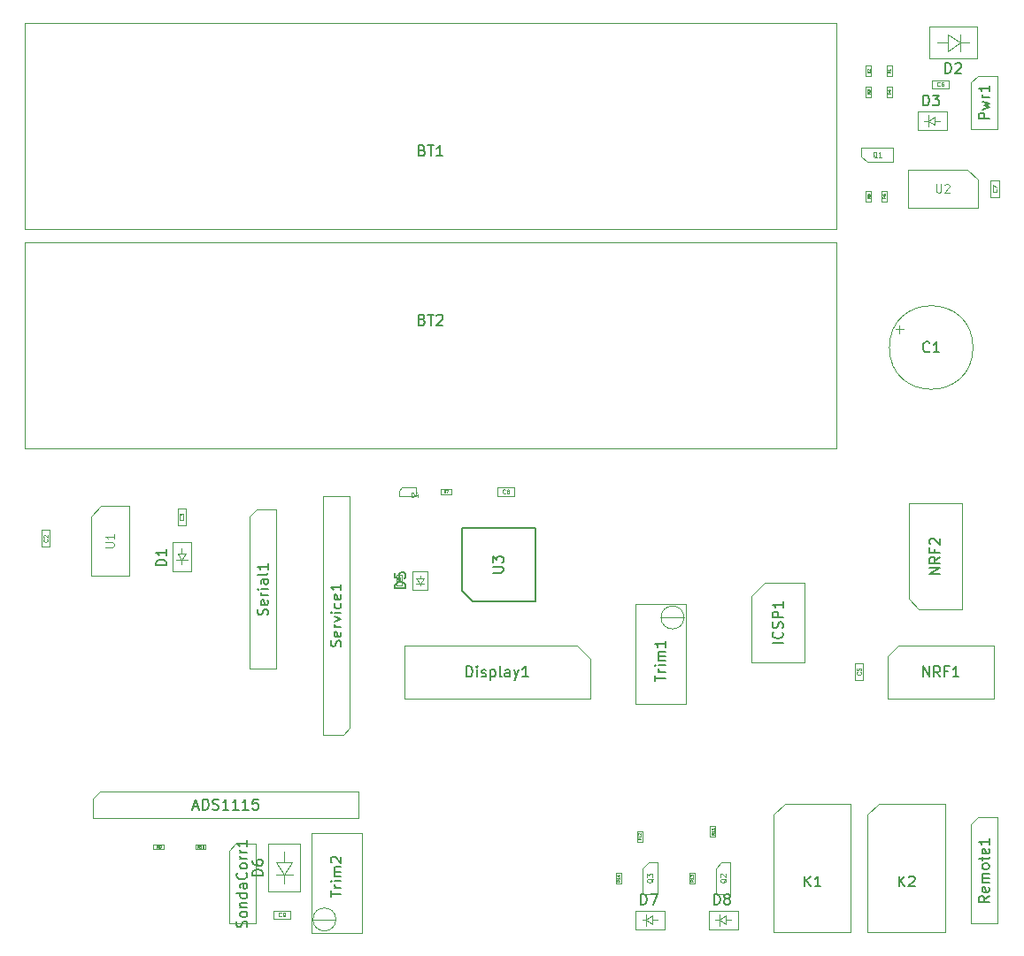
<source format=gbr>
G04 #@! TF.GenerationSoftware,KiCad,Pcbnew,5.1.5-1.fc30*
G04 #@! TF.CreationDate,2020-10-13T00:09:33+02:00*
G04 #@! TF.ProjectId,BeaconTemperature2,42656163-6f6e-4546-956d-706572617475,rev?*
G04 #@! TF.SameCoordinates,Original*
G04 #@! TF.FileFunction,Other,Fab,Top*
%FSLAX46Y46*%
G04 Gerber Fmt 4.6, Leading zero omitted, Abs format (unit mm)*
G04 Created by KiCad (PCBNEW 5.1.5-1.fc30) date 2020-10-13 00:09:33*
%MOMM*%
%LPD*%
G04 APERTURE LIST*
%ADD10C,0.100000*%
%ADD11C,0.120000*%
%ADD12C,0.150000*%
%ADD13C,0.060000*%
%ADD14C,0.040000*%
%ADD15C,0.075000*%
G04 APERTURE END LIST*
D10*
X53587500Y-108900000D02*
X51987500Y-108900000D01*
X53587500Y-108100000D02*
X53587500Y-108900000D01*
X51987500Y-108100000D02*
X53587500Y-108100000D01*
X51987500Y-108900000D02*
X51987500Y-108100000D01*
X60130000Y-99270000D02*
X34730000Y-99270000D01*
X60130000Y-96730000D02*
X60130000Y-99270000D01*
X35365000Y-96730000D02*
X60130000Y-96730000D01*
X34730000Y-97365000D02*
X35365000Y-96730000D01*
X34730000Y-99270000D02*
X34730000Y-97365000D01*
X68985000Y-68250000D02*
X67985000Y-68250000D01*
X68985000Y-67750000D02*
X68985000Y-68250000D01*
X67985000Y-67750000D02*
X68985000Y-67750000D01*
X67985000Y-68250000D02*
X67985000Y-67750000D01*
X65587500Y-68400000D02*
X65587500Y-67600000D01*
X63987500Y-68400000D02*
X65587500Y-68400000D01*
X63987500Y-67900000D02*
X63987500Y-68400000D01*
X64287500Y-67600000D02*
X63987500Y-67900000D01*
X65587500Y-67600000D02*
X64287500Y-67600000D01*
X91235000Y-80045000D02*
X89066000Y-80044000D01*
X91235000Y-80045000D02*
X89066000Y-80044000D01*
X86590000Y-78775000D02*
X86590000Y-88305000D01*
X91420000Y-78775000D02*
X86590000Y-78775000D01*
X91420000Y-88305000D02*
X91420000Y-78775000D01*
X86590000Y-88305000D02*
X91420000Y-88305000D01*
X91245000Y-80045000D02*
G75*
G03X91245000Y-80045000I-1095000J0D01*
G01*
X59270000Y-90635000D02*
X58635000Y-91270000D01*
X59270000Y-68410000D02*
X59270000Y-90635000D01*
X56730000Y-68410000D02*
X59270000Y-68410000D01*
X56730000Y-91270000D02*
X56730000Y-68410000D01*
X58635000Y-91270000D02*
X56730000Y-91270000D01*
X45500000Y-102250000D02*
X44500000Y-102250000D01*
X45500000Y-101750000D02*
X45500000Y-102250000D01*
X44500000Y-101750000D02*
X45500000Y-101750000D01*
X44500000Y-102250000D02*
X44500000Y-101750000D01*
X41500000Y-102250000D02*
X40500000Y-102250000D01*
X41500000Y-101750000D02*
X41500000Y-102250000D01*
X40500000Y-101750000D02*
X41500000Y-101750000D01*
X40500000Y-102250000D02*
X40500000Y-101750000D01*
X117810000Y-69110000D02*
X117810000Y-79270000D01*
X112730000Y-69110000D02*
X117810000Y-69110000D01*
X112730000Y-78270000D02*
X112730000Y-69110000D01*
X113730000Y-79270000D02*
X112730000Y-78270000D01*
X117810000Y-79270000D02*
X113730000Y-79270000D01*
X28200000Y-44150000D02*
X105800000Y-44150000D01*
X105800000Y-44150000D02*
X105800000Y-63850000D01*
X105800000Y-63850000D02*
X28200000Y-63850000D01*
X28200000Y-63850000D02*
X28200000Y-44150000D01*
X118730000Y-28825000D02*
X119365000Y-28190000D01*
X118730000Y-33270000D02*
X118730000Y-28825000D01*
X121270000Y-33270000D02*
X118730000Y-33270000D01*
X121270000Y-28190000D02*
X121270000Y-33270000D01*
X119365000Y-28190000D02*
X121270000Y-28190000D01*
X111873241Y-52052500D02*
X111873241Y-52852500D01*
X111473241Y-52452500D02*
X112273241Y-52452500D01*
X118900000Y-54200000D02*
G75*
G03X118900000Y-54200000I-4000000J0D01*
G01*
X119350000Y-40850000D02*
X112650000Y-40850000D01*
X112650000Y-37150000D02*
X112650000Y-40850000D01*
X119350000Y-38150000D02*
X119350000Y-40850000D01*
X118350000Y-37150000D02*
X112650000Y-37150000D01*
X118350000Y-37150000D02*
X119350000Y-38150000D01*
D11*
X109900000Y-97900000D02*
X116200000Y-97900000D01*
X116200000Y-97900000D02*
X116200000Y-110200000D01*
X116200000Y-110200000D02*
X108800000Y-110200000D01*
X108800000Y-110200000D02*
X108800000Y-98900000D01*
X108800000Y-98900000D02*
X109900000Y-97900000D01*
X100900000Y-97900000D02*
X107200000Y-97900000D01*
X107200000Y-97900000D02*
X107200000Y-110200000D01*
X107200000Y-110200000D02*
X99800000Y-110200000D01*
X99800000Y-110200000D02*
X99800000Y-98900000D01*
X99800000Y-98900000D02*
X100900000Y-97900000D01*
D10*
X118730000Y-99825000D02*
X119365000Y-99190000D01*
X118730000Y-109350000D02*
X118730000Y-99825000D01*
X121270000Y-109350000D02*
X118730000Y-109350000D01*
X121270000Y-99190000D02*
X121270000Y-109350000D01*
X119365000Y-99190000D02*
X121270000Y-99190000D01*
X84750000Y-105500000D02*
X84750000Y-104500000D01*
X85250000Y-105500000D02*
X84750000Y-105500000D01*
X85250000Y-104500000D02*
X85250000Y-105500000D01*
X84750000Y-104500000D02*
X85250000Y-104500000D01*
X91750000Y-105500000D02*
X91750000Y-104500000D01*
X92250000Y-105500000D02*
X91750000Y-105500000D01*
X92250000Y-104500000D02*
X92250000Y-105500000D01*
X91750000Y-104500000D02*
X92250000Y-104500000D01*
X86750000Y-101500000D02*
X86750000Y-100500000D01*
X87250000Y-101500000D02*
X86750000Y-101500000D01*
X87250000Y-100500000D02*
X87250000Y-101500000D01*
X86750000Y-100500000D02*
X87250000Y-100500000D01*
X93750000Y-101015000D02*
X93750000Y-100015000D01*
X94250000Y-101015000D02*
X93750000Y-101015000D01*
X94250000Y-100015000D02*
X94250000Y-101015000D01*
X93750000Y-100015000D02*
X94250000Y-100015000D01*
X87300000Y-106520000D02*
X88700000Y-106520000D01*
X88700000Y-103480000D02*
X88700000Y-106520000D01*
X87300000Y-104050000D02*
X87850000Y-103480000D01*
X87850000Y-103480000D02*
X88700000Y-103480000D01*
X87300000Y-104050000D02*
X87300000Y-106500000D01*
X94300000Y-106520000D02*
X95700000Y-106520000D01*
X95700000Y-103480000D02*
X95700000Y-106520000D01*
X94300000Y-104050000D02*
X94850000Y-103480000D01*
X94850000Y-103480000D02*
X95700000Y-103480000D01*
X94300000Y-104050000D02*
X94300000Y-106500000D01*
X93600000Y-108100000D02*
X96400000Y-108100000D01*
X96400000Y-108100000D02*
X96400000Y-109900000D01*
X96400000Y-109900000D02*
X93600000Y-109900000D01*
X93600000Y-109900000D02*
X93600000Y-108100000D01*
X94250000Y-109000000D02*
X94650000Y-109000000D01*
X94650000Y-109000000D02*
X94650000Y-108450000D01*
X94650000Y-109000000D02*
X94650000Y-109550000D01*
X94650000Y-109000000D02*
X95250000Y-108600000D01*
X95250000Y-108600000D02*
X95250000Y-109400000D01*
X95250000Y-109400000D02*
X94650000Y-109000000D01*
X95250000Y-109000000D02*
X95750000Y-109000000D01*
X86600000Y-108100000D02*
X89400000Y-108100000D01*
X89400000Y-108100000D02*
X89400000Y-109900000D01*
X89400000Y-109900000D02*
X86600000Y-109900000D01*
X86600000Y-109900000D02*
X86600000Y-108100000D01*
X87250000Y-109000000D02*
X87650000Y-109000000D01*
X87650000Y-109000000D02*
X87650000Y-108450000D01*
X87650000Y-109000000D02*
X87650000Y-109550000D01*
X87650000Y-109000000D02*
X88250000Y-108600000D01*
X88250000Y-108600000D02*
X88250000Y-109400000D01*
X88250000Y-109400000D02*
X87650000Y-109000000D01*
X88250000Y-109000000D02*
X88750000Y-109000000D01*
X55765000Y-108955000D02*
X57934000Y-108956000D01*
X55765000Y-108955000D02*
X57934000Y-108956000D01*
X60410000Y-110225000D02*
X60410000Y-100695000D01*
X55580000Y-110225000D02*
X60410000Y-110225000D01*
X55580000Y-100695000D02*
X55580000Y-110225000D01*
X60410000Y-100695000D02*
X55580000Y-100695000D01*
X57945000Y-108955000D02*
G75*
G03X57945000Y-108955000I-1095000J0D01*
G01*
X47730000Y-102365000D02*
X48365000Y-101730000D01*
X47730000Y-109350000D02*
X47730000Y-102365000D01*
X50270000Y-109350000D02*
X47730000Y-109350000D01*
X50270000Y-101730000D02*
X50270000Y-109350000D01*
X48365000Y-101730000D02*
X50270000Y-101730000D01*
X49730000Y-70365000D02*
X50365000Y-69730000D01*
X49730000Y-84970000D02*
X49730000Y-70365000D01*
X52270000Y-84970000D02*
X49730000Y-84970000D01*
X52270000Y-69730000D02*
X52270000Y-84970000D01*
X50365000Y-69730000D02*
X52270000Y-69730000D01*
X53001020Y-104649440D02*
X52200920Y-103498820D01*
X53001020Y-104649440D02*
X53750320Y-103498820D01*
X53750320Y-103498820D02*
X52200920Y-103498820D01*
X52200920Y-104649440D02*
X53801120Y-104649440D01*
X53001020Y-103498820D02*
X53001020Y-102500600D01*
X53001020Y-104649440D02*
X53001020Y-105551140D01*
X51500000Y-101700000D02*
X51500000Y-106300000D01*
X51500000Y-101700000D02*
X54500000Y-101700000D01*
X54500000Y-106300000D02*
X51500000Y-106300000D01*
X54500000Y-101700000D02*
X54500000Y-106300000D01*
X81000000Y-82730000D02*
X82270000Y-84000000D01*
X64490000Y-82730000D02*
X81000000Y-82730000D01*
X64490000Y-87810000D02*
X64490000Y-82730000D01*
X82270000Y-87810000D02*
X64490000Y-87810000D01*
X82270000Y-84000000D02*
X82270000Y-87810000D01*
X120890000Y-87810000D02*
X110730000Y-87810000D01*
X120890000Y-82730000D02*
X120890000Y-87810000D01*
X111730000Y-82730000D02*
X120890000Y-82730000D01*
X110730000Y-83730000D02*
X111730000Y-82730000D01*
X110730000Y-87810000D02*
X110730000Y-83730000D01*
X120600000Y-39800000D02*
X120600000Y-38200000D01*
X121400000Y-39800000D02*
X120600000Y-39800000D01*
X121400000Y-38200000D02*
X121400000Y-39800000D01*
X120600000Y-38200000D02*
X121400000Y-38200000D01*
X43600000Y-69612500D02*
X43600000Y-71212500D01*
X42800000Y-69612500D02*
X43600000Y-69612500D01*
X42800000Y-71212500D02*
X42800000Y-69612500D01*
X43600000Y-71212500D02*
X42800000Y-71212500D01*
X63750000Y-76985000D02*
X63750000Y-75985000D01*
X64250000Y-76985000D02*
X63750000Y-76985000D01*
X64250000Y-75985000D02*
X64250000Y-76985000D01*
X63750000Y-75985000D02*
X64250000Y-75985000D01*
X110150000Y-40200000D02*
X110150000Y-39200000D01*
X110650000Y-40200000D02*
X110150000Y-40200000D01*
X110650000Y-39200000D02*
X110650000Y-40200000D01*
X110150000Y-39200000D02*
X110650000Y-39200000D01*
X108650000Y-40200000D02*
X108650000Y-39200000D01*
X109150000Y-40200000D02*
X108650000Y-40200000D01*
X109150000Y-39200000D02*
X109150000Y-40200000D01*
X108650000Y-39200000D02*
X109150000Y-39200000D01*
X110650000Y-30215000D02*
X110650000Y-29215000D01*
X111150000Y-30215000D02*
X110650000Y-30215000D01*
X111150000Y-29215000D02*
X111150000Y-30215000D01*
X110650000Y-29215000D02*
X111150000Y-29215000D01*
X108650000Y-30215000D02*
X108650000Y-29215000D01*
X109150000Y-30215000D02*
X108650000Y-30215000D01*
X109150000Y-29215000D02*
X109150000Y-30215000D01*
X108650000Y-29215000D02*
X109150000Y-29215000D01*
X108650000Y-28215000D02*
X108650000Y-27215000D01*
X109150000Y-28215000D02*
X108650000Y-28215000D01*
X109150000Y-27215000D02*
X109150000Y-28215000D01*
X108650000Y-27215000D02*
X109150000Y-27215000D01*
X110650000Y-28215000D02*
X110650000Y-27215000D01*
X111150000Y-28215000D02*
X110650000Y-28215000D01*
X111150000Y-27215000D02*
X111150000Y-28215000D01*
X110650000Y-27215000D02*
X111150000Y-27215000D01*
X111270000Y-36450000D02*
X111270000Y-35050000D01*
X108230000Y-35050000D02*
X111270000Y-35050000D01*
X108800000Y-36450000D02*
X108230000Y-35900000D01*
X108230000Y-35900000D02*
X108230000Y-35050000D01*
X108800000Y-36450000D02*
X111250000Y-36450000D01*
X113600000Y-31600000D02*
X116400000Y-31600000D01*
X116400000Y-31600000D02*
X116400000Y-33400000D01*
X116400000Y-33400000D02*
X113600000Y-33400000D01*
X113600000Y-33400000D02*
X113600000Y-31600000D01*
X114250000Y-32500000D02*
X114650000Y-32500000D01*
X114650000Y-32500000D02*
X114650000Y-31950000D01*
X114650000Y-32500000D02*
X114650000Y-33050000D01*
X114650000Y-32500000D02*
X115250000Y-32100000D01*
X115250000Y-32100000D02*
X115250000Y-32900000D01*
X115250000Y-32900000D02*
X114650000Y-32500000D01*
X115250000Y-32500000D02*
X115750000Y-32500000D01*
X117649440Y-24998980D02*
X116498820Y-25799080D01*
X117649440Y-24998980D02*
X116498820Y-24249680D01*
X116498820Y-24249680D02*
X116498820Y-25799080D01*
X117649440Y-25799080D02*
X117649440Y-24198880D01*
X116498820Y-24998980D02*
X115500600Y-24998980D01*
X117649440Y-24998980D02*
X118551140Y-24998980D01*
X114700000Y-26500000D02*
X119300000Y-26500000D01*
X114700000Y-26500000D02*
X114700000Y-23500000D01*
X119300000Y-23500000D02*
X119300000Y-26500000D01*
X114700000Y-23500000D02*
X119300000Y-23500000D01*
X42300000Y-75600000D02*
X42300000Y-72800000D01*
X42300000Y-72800000D02*
X44100000Y-72800000D01*
X44100000Y-72800000D02*
X44100000Y-75600000D01*
X44100000Y-75600000D02*
X42300000Y-75600000D01*
X43200000Y-74950000D02*
X43200000Y-74550000D01*
X43200000Y-74550000D02*
X42650000Y-74550000D01*
X43200000Y-74550000D02*
X43750000Y-74550000D01*
X43200000Y-74550000D02*
X42800000Y-73950000D01*
X42800000Y-73950000D02*
X43600000Y-73950000D01*
X43600000Y-73950000D02*
X43200000Y-74550000D01*
X43200000Y-73950000D02*
X43200000Y-73450000D01*
X116587500Y-29400000D02*
X114987500Y-29400000D01*
X116587500Y-28600000D02*
X116587500Y-29400000D01*
X114987500Y-28600000D02*
X116587500Y-28600000D01*
X114987500Y-29400000D02*
X114987500Y-28600000D01*
X97730000Y-78000000D02*
X99000000Y-76730000D01*
X97730000Y-84350000D02*
X97730000Y-78000000D01*
X102810000Y-84350000D02*
X97730000Y-84350000D01*
X102810000Y-76730000D02*
X102810000Y-84350000D01*
X99000000Y-76730000D02*
X102810000Y-76730000D01*
D12*
X71000000Y-78500000D02*
X70000000Y-77500000D01*
X77000000Y-78500000D02*
X71000000Y-78500000D01*
X77000000Y-71500000D02*
X77000000Y-78500000D01*
X70000000Y-71500000D02*
X77000000Y-71500000D01*
X70000000Y-77500000D02*
X70000000Y-71500000D01*
D10*
X38200000Y-69350000D02*
X38200000Y-76050000D01*
X34500000Y-76050000D02*
X38200000Y-76050000D01*
X35500000Y-69350000D02*
X38200000Y-69350000D01*
X34500000Y-70350000D02*
X34500000Y-76050000D01*
X34500000Y-70350000D02*
X35500000Y-69350000D01*
X65300000Y-77400000D02*
X65300000Y-75600000D01*
X65300000Y-75600000D02*
X66700000Y-75600000D01*
X66700000Y-75600000D02*
X66700000Y-77400000D01*
X66700000Y-77400000D02*
X65300000Y-77400000D01*
X65650000Y-76800000D02*
X66350000Y-76800000D01*
X66000000Y-76800000D02*
X66000000Y-77000000D01*
X66000000Y-76800000D02*
X65650000Y-76300000D01*
X65650000Y-76300000D02*
X66350000Y-76300000D01*
X66350000Y-76300000D02*
X66000000Y-76800000D01*
X66000000Y-76300000D02*
X66000000Y-76050000D01*
X73412500Y-67600000D02*
X75012500Y-67600000D01*
X73412500Y-68400000D02*
X73412500Y-67600000D01*
X75012500Y-68400000D02*
X73412500Y-68400000D01*
X75012500Y-67600000D02*
X75012500Y-68400000D01*
X107600000Y-86012500D02*
X107600000Y-84412500D01*
X108400000Y-86012500D02*
X107600000Y-86012500D01*
X108400000Y-84412500D02*
X108400000Y-86012500D01*
X107600000Y-84412500D02*
X108400000Y-84412500D01*
X30600000Y-71687500D02*
X30600000Y-73287500D01*
X29800000Y-71687500D02*
X30600000Y-71687500D01*
X29800000Y-73287500D02*
X29800000Y-71687500D01*
X30600000Y-73287500D02*
X29800000Y-73287500D01*
X105800000Y-42850000D02*
X28200000Y-42850000D01*
X28200000Y-42850000D02*
X28200000Y-23150000D01*
X28200000Y-23150000D02*
X105800000Y-23150000D01*
X105800000Y-23150000D02*
X105800000Y-42850000D01*
D13*
X52720833Y-108642857D02*
X52701785Y-108661904D01*
X52644642Y-108680952D01*
X52606547Y-108680952D01*
X52549404Y-108661904D01*
X52511309Y-108623809D01*
X52492261Y-108585714D01*
X52473214Y-108509523D01*
X52473214Y-108452380D01*
X52492261Y-108376190D01*
X52511309Y-108338095D01*
X52549404Y-108300000D01*
X52606547Y-108280952D01*
X52644642Y-108280952D01*
X52701785Y-108300000D01*
X52720833Y-108319047D01*
X52911309Y-108680952D02*
X52987500Y-108680952D01*
X53025595Y-108661904D01*
X53044642Y-108642857D01*
X53082738Y-108585714D01*
X53101785Y-108509523D01*
X53101785Y-108357142D01*
X53082738Y-108319047D01*
X53063690Y-108300000D01*
X53025595Y-108280952D01*
X52949404Y-108280952D01*
X52911309Y-108300000D01*
X52892261Y-108319047D01*
X52873214Y-108357142D01*
X52873214Y-108452380D01*
X52892261Y-108490476D01*
X52911309Y-108509523D01*
X52949404Y-108528571D01*
X53025595Y-108528571D01*
X53063690Y-108509523D01*
X53082738Y-108490476D01*
X53101785Y-108452380D01*
D12*
X44310952Y-98166666D02*
X44787142Y-98166666D01*
X44215714Y-98452380D02*
X44549047Y-97452380D01*
X44882380Y-98452380D01*
X45215714Y-98452380D02*
X45215714Y-97452380D01*
X45453809Y-97452380D01*
X45596666Y-97500000D01*
X45691904Y-97595238D01*
X45739523Y-97690476D01*
X45787142Y-97880952D01*
X45787142Y-98023809D01*
X45739523Y-98214285D01*
X45691904Y-98309523D01*
X45596666Y-98404761D01*
X45453809Y-98452380D01*
X45215714Y-98452380D01*
X46168095Y-98404761D02*
X46310952Y-98452380D01*
X46549047Y-98452380D01*
X46644285Y-98404761D01*
X46691904Y-98357142D01*
X46739523Y-98261904D01*
X46739523Y-98166666D01*
X46691904Y-98071428D01*
X46644285Y-98023809D01*
X46549047Y-97976190D01*
X46358571Y-97928571D01*
X46263333Y-97880952D01*
X46215714Y-97833333D01*
X46168095Y-97738095D01*
X46168095Y-97642857D01*
X46215714Y-97547619D01*
X46263333Y-97500000D01*
X46358571Y-97452380D01*
X46596666Y-97452380D01*
X46739523Y-97500000D01*
X47691904Y-98452380D02*
X47120476Y-98452380D01*
X47406190Y-98452380D02*
X47406190Y-97452380D01*
X47310952Y-97595238D01*
X47215714Y-97690476D01*
X47120476Y-97738095D01*
X48644285Y-98452380D02*
X48072857Y-98452380D01*
X48358571Y-98452380D02*
X48358571Y-97452380D01*
X48263333Y-97595238D01*
X48168095Y-97690476D01*
X48072857Y-97738095D01*
X49596666Y-98452380D02*
X49025238Y-98452380D01*
X49310952Y-98452380D02*
X49310952Y-97452380D01*
X49215714Y-97595238D01*
X49120476Y-97690476D01*
X49025238Y-97738095D01*
X50501428Y-97452380D02*
X50025238Y-97452380D01*
X49977619Y-97928571D01*
X50025238Y-97880952D01*
X50120476Y-97833333D01*
X50358571Y-97833333D01*
X50453809Y-97880952D01*
X50501428Y-97928571D01*
X50549047Y-98023809D01*
X50549047Y-98261904D01*
X50501428Y-98357142D01*
X50453809Y-98404761D01*
X50358571Y-98452380D01*
X50120476Y-98452380D01*
X50025238Y-98404761D01*
X49977619Y-98357142D01*
D14*
X68443333Y-68113095D02*
X68360000Y-67994047D01*
X68300476Y-68113095D02*
X68300476Y-67863095D01*
X68395714Y-67863095D01*
X68419523Y-67875000D01*
X68431428Y-67886904D01*
X68443333Y-67910714D01*
X68443333Y-67946428D01*
X68431428Y-67970238D01*
X68419523Y-67982142D01*
X68395714Y-67994047D01*
X68300476Y-67994047D01*
X68526666Y-67863095D02*
X68693333Y-67863095D01*
X68586190Y-68113095D01*
D13*
X65182261Y-68510952D02*
X65182261Y-68110952D01*
X65277500Y-68110952D01*
X65334642Y-68130000D01*
X65372738Y-68168095D01*
X65391785Y-68206190D01*
X65410833Y-68282380D01*
X65410833Y-68339523D01*
X65391785Y-68415714D01*
X65372738Y-68453809D01*
X65334642Y-68491904D01*
X65277500Y-68510952D01*
X65182261Y-68510952D01*
X65753690Y-68244285D02*
X65753690Y-68510952D01*
X65658452Y-68091904D02*
X65563214Y-68377619D01*
X65810833Y-68377619D01*
D12*
X88457380Y-86151190D02*
X88457380Y-85579761D01*
X89457380Y-85865476D02*
X88457380Y-85865476D01*
X89457380Y-85246428D02*
X88790714Y-85246428D01*
X88981190Y-85246428D02*
X88885952Y-85198809D01*
X88838333Y-85151190D01*
X88790714Y-85055952D01*
X88790714Y-84960714D01*
X89457380Y-84627380D02*
X88790714Y-84627380D01*
X88457380Y-84627380D02*
X88505000Y-84675000D01*
X88552619Y-84627380D01*
X88505000Y-84579761D01*
X88457380Y-84627380D01*
X88552619Y-84627380D01*
X89457380Y-84151190D02*
X88790714Y-84151190D01*
X88885952Y-84151190D02*
X88838333Y-84103571D01*
X88790714Y-84008333D01*
X88790714Y-83865476D01*
X88838333Y-83770238D01*
X88933571Y-83722619D01*
X89457380Y-83722619D01*
X88933571Y-83722619D02*
X88838333Y-83675000D01*
X88790714Y-83579761D01*
X88790714Y-83436904D01*
X88838333Y-83341666D01*
X88933571Y-83294047D01*
X89457380Y-83294047D01*
X89457380Y-82294047D02*
X89457380Y-82865476D01*
X89457380Y-82579761D02*
X88457380Y-82579761D01*
X88600238Y-82675000D01*
X88695476Y-82770238D01*
X88743095Y-82865476D01*
X58404761Y-82816190D02*
X58452380Y-82673333D01*
X58452380Y-82435238D01*
X58404761Y-82340000D01*
X58357142Y-82292380D01*
X58261904Y-82244761D01*
X58166666Y-82244761D01*
X58071428Y-82292380D01*
X58023809Y-82340000D01*
X57976190Y-82435238D01*
X57928571Y-82625714D01*
X57880952Y-82720952D01*
X57833333Y-82768571D01*
X57738095Y-82816190D01*
X57642857Y-82816190D01*
X57547619Y-82768571D01*
X57500000Y-82720952D01*
X57452380Y-82625714D01*
X57452380Y-82387619D01*
X57500000Y-82244761D01*
X58404761Y-81435238D02*
X58452380Y-81530476D01*
X58452380Y-81720952D01*
X58404761Y-81816190D01*
X58309523Y-81863809D01*
X57928571Y-81863809D01*
X57833333Y-81816190D01*
X57785714Y-81720952D01*
X57785714Y-81530476D01*
X57833333Y-81435238D01*
X57928571Y-81387619D01*
X58023809Y-81387619D01*
X58119047Y-81863809D01*
X58452380Y-80959047D02*
X57785714Y-80959047D01*
X57976190Y-80959047D02*
X57880952Y-80911428D01*
X57833333Y-80863809D01*
X57785714Y-80768571D01*
X57785714Y-80673333D01*
X57785714Y-80435238D02*
X58452380Y-80197142D01*
X57785714Y-79959047D01*
X58452380Y-79578095D02*
X57785714Y-79578095D01*
X57452380Y-79578095D02*
X57500000Y-79625714D01*
X57547619Y-79578095D01*
X57500000Y-79530476D01*
X57452380Y-79578095D01*
X57547619Y-79578095D01*
X58404761Y-78673333D02*
X58452380Y-78768571D01*
X58452380Y-78959047D01*
X58404761Y-79054285D01*
X58357142Y-79101904D01*
X58261904Y-79149523D01*
X57976190Y-79149523D01*
X57880952Y-79101904D01*
X57833333Y-79054285D01*
X57785714Y-78959047D01*
X57785714Y-78768571D01*
X57833333Y-78673333D01*
X58404761Y-77863809D02*
X58452380Y-77959047D01*
X58452380Y-78149523D01*
X58404761Y-78244761D01*
X58309523Y-78292380D01*
X57928571Y-78292380D01*
X57833333Y-78244761D01*
X57785714Y-78149523D01*
X57785714Y-77959047D01*
X57833333Y-77863809D01*
X57928571Y-77816190D01*
X58023809Y-77816190D01*
X58119047Y-78292380D01*
X58452380Y-76863809D02*
X58452380Y-77435238D01*
X58452380Y-77149523D02*
X57452380Y-77149523D01*
X57595238Y-77244761D01*
X57690476Y-77340000D01*
X57738095Y-77435238D01*
D14*
X44839285Y-102113095D02*
X44755952Y-101994047D01*
X44696428Y-102113095D02*
X44696428Y-101863095D01*
X44791666Y-101863095D01*
X44815476Y-101875000D01*
X44827380Y-101886904D01*
X44839285Y-101910714D01*
X44839285Y-101946428D01*
X44827380Y-101970238D01*
X44815476Y-101982142D01*
X44791666Y-101994047D01*
X44696428Y-101994047D01*
X45077380Y-102113095D02*
X44934523Y-102113095D01*
X45005952Y-102113095D02*
X45005952Y-101863095D01*
X44982142Y-101898809D01*
X44958333Y-101922619D01*
X44934523Y-101934523D01*
X45232142Y-101863095D02*
X45255952Y-101863095D01*
X45279761Y-101875000D01*
X45291666Y-101886904D01*
X45303571Y-101910714D01*
X45315476Y-101958333D01*
X45315476Y-102017857D01*
X45303571Y-102065476D01*
X45291666Y-102089285D01*
X45279761Y-102101190D01*
X45255952Y-102113095D01*
X45232142Y-102113095D01*
X45208333Y-102101190D01*
X45196428Y-102089285D01*
X45184523Y-102065476D01*
X45172619Y-102017857D01*
X45172619Y-101958333D01*
X45184523Y-101910714D01*
X45196428Y-101886904D01*
X45208333Y-101875000D01*
X45232142Y-101863095D01*
X40958333Y-102113095D02*
X40875000Y-101994047D01*
X40815476Y-102113095D02*
X40815476Y-101863095D01*
X40910714Y-101863095D01*
X40934523Y-101875000D01*
X40946428Y-101886904D01*
X40958333Y-101910714D01*
X40958333Y-101946428D01*
X40946428Y-101970238D01*
X40934523Y-101982142D01*
X40910714Y-101994047D01*
X40815476Y-101994047D01*
X41077380Y-102113095D02*
X41125000Y-102113095D01*
X41148809Y-102101190D01*
X41160714Y-102089285D01*
X41184523Y-102053571D01*
X41196428Y-102005952D01*
X41196428Y-101910714D01*
X41184523Y-101886904D01*
X41172619Y-101875000D01*
X41148809Y-101863095D01*
X41101190Y-101863095D01*
X41077380Y-101875000D01*
X41065476Y-101886904D01*
X41053571Y-101910714D01*
X41053571Y-101970238D01*
X41065476Y-101994047D01*
X41077380Y-102005952D01*
X41101190Y-102017857D01*
X41148809Y-102017857D01*
X41172619Y-102005952D01*
X41184523Y-101994047D01*
X41196428Y-101970238D01*
D12*
X115722380Y-75880476D02*
X114722380Y-75880476D01*
X115722380Y-75309047D01*
X114722380Y-75309047D01*
X115722380Y-74261428D02*
X115246190Y-74594761D01*
X115722380Y-74832857D02*
X114722380Y-74832857D01*
X114722380Y-74451904D01*
X114770000Y-74356666D01*
X114817619Y-74309047D01*
X114912857Y-74261428D01*
X115055714Y-74261428D01*
X115150952Y-74309047D01*
X115198571Y-74356666D01*
X115246190Y-74451904D01*
X115246190Y-74832857D01*
X115198571Y-73499523D02*
X115198571Y-73832857D01*
X115722380Y-73832857D02*
X114722380Y-73832857D01*
X114722380Y-73356666D01*
X114817619Y-73023333D02*
X114770000Y-72975714D01*
X114722380Y-72880476D01*
X114722380Y-72642380D01*
X114770000Y-72547142D01*
X114817619Y-72499523D01*
X114912857Y-72451904D01*
X115008095Y-72451904D01*
X115150952Y-72499523D01*
X115722380Y-73070952D01*
X115722380Y-72451904D01*
X66214285Y-51528571D02*
X66357142Y-51576190D01*
X66404761Y-51623809D01*
X66452380Y-51719047D01*
X66452380Y-51861904D01*
X66404761Y-51957142D01*
X66357142Y-52004761D01*
X66261904Y-52052380D01*
X65880952Y-52052380D01*
X65880952Y-51052380D01*
X66214285Y-51052380D01*
X66309523Y-51100000D01*
X66357142Y-51147619D01*
X66404761Y-51242857D01*
X66404761Y-51338095D01*
X66357142Y-51433333D01*
X66309523Y-51480952D01*
X66214285Y-51528571D01*
X65880952Y-51528571D01*
X66738095Y-51052380D02*
X67309523Y-51052380D01*
X67023809Y-52052380D02*
X67023809Y-51052380D01*
X67595238Y-51147619D02*
X67642857Y-51100000D01*
X67738095Y-51052380D01*
X67976190Y-51052380D01*
X68071428Y-51100000D01*
X68119047Y-51147619D01*
X68166666Y-51242857D01*
X68166666Y-51338095D01*
X68119047Y-51480952D01*
X67547619Y-52052380D01*
X68166666Y-52052380D01*
X120452380Y-32301428D02*
X119452380Y-32301428D01*
X119452380Y-31920476D01*
X119500000Y-31825238D01*
X119547619Y-31777619D01*
X119642857Y-31730000D01*
X119785714Y-31730000D01*
X119880952Y-31777619D01*
X119928571Y-31825238D01*
X119976190Y-31920476D01*
X119976190Y-32301428D01*
X119785714Y-31396666D02*
X120452380Y-31206190D01*
X119976190Y-31015714D01*
X120452380Y-30825238D01*
X119785714Y-30634761D01*
X120452380Y-30253809D02*
X119785714Y-30253809D01*
X119976190Y-30253809D02*
X119880952Y-30206190D01*
X119833333Y-30158571D01*
X119785714Y-30063333D01*
X119785714Y-29968095D01*
X120452380Y-29110952D02*
X120452380Y-29682380D01*
X120452380Y-29396666D02*
X119452380Y-29396666D01*
X119595238Y-29491904D01*
X119690476Y-29587142D01*
X119738095Y-29682380D01*
X114733333Y-54557142D02*
X114685714Y-54604761D01*
X114542857Y-54652380D01*
X114447619Y-54652380D01*
X114304761Y-54604761D01*
X114209523Y-54509523D01*
X114161904Y-54414285D01*
X114114285Y-54223809D01*
X114114285Y-54080952D01*
X114161904Y-53890476D01*
X114209523Y-53795238D01*
X114304761Y-53700000D01*
X114447619Y-53652380D01*
X114542857Y-53652380D01*
X114685714Y-53700000D01*
X114733333Y-53747619D01*
X115685714Y-54652380D02*
X115114285Y-54652380D01*
X115400000Y-54652380D02*
X115400000Y-53652380D01*
X115304761Y-53795238D01*
X115209523Y-53890476D01*
X115114285Y-53938095D01*
D11*
X115390476Y-38561904D02*
X115390476Y-39209523D01*
X115428571Y-39285714D01*
X115466666Y-39323809D01*
X115542857Y-39361904D01*
X115695238Y-39361904D01*
X115771428Y-39323809D01*
X115809523Y-39285714D01*
X115847619Y-39209523D01*
X115847619Y-38561904D01*
X116190476Y-38638095D02*
X116228571Y-38600000D01*
X116304761Y-38561904D01*
X116495238Y-38561904D01*
X116571428Y-38600000D01*
X116609523Y-38638095D01*
X116647619Y-38714285D01*
X116647619Y-38790476D01*
X116609523Y-38904761D01*
X116152380Y-39361904D01*
X116647619Y-39361904D01*
D12*
X111801904Y-105802380D02*
X111801904Y-104802380D01*
X112373333Y-105802380D02*
X111944761Y-105230952D01*
X112373333Y-104802380D02*
X111801904Y-105373809D01*
X112754285Y-104897619D02*
X112801904Y-104850000D01*
X112897142Y-104802380D01*
X113135238Y-104802380D01*
X113230476Y-104850000D01*
X113278095Y-104897619D01*
X113325714Y-104992857D01*
X113325714Y-105088095D01*
X113278095Y-105230952D01*
X112706666Y-105802380D01*
X113325714Y-105802380D01*
X102801904Y-105802380D02*
X102801904Y-104802380D01*
X103373333Y-105802380D02*
X102944761Y-105230952D01*
X103373333Y-104802380D02*
X102801904Y-105373809D01*
X104325714Y-105802380D02*
X103754285Y-105802380D01*
X104040000Y-105802380D02*
X104040000Y-104802380D01*
X103944761Y-104945238D01*
X103849523Y-105040476D01*
X103754285Y-105088095D01*
X120452380Y-106698571D02*
X119976190Y-107031904D01*
X120452380Y-107270000D02*
X119452380Y-107270000D01*
X119452380Y-106889047D01*
X119500000Y-106793809D01*
X119547619Y-106746190D01*
X119642857Y-106698571D01*
X119785714Y-106698571D01*
X119880952Y-106746190D01*
X119928571Y-106793809D01*
X119976190Y-106889047D01*
X119976190Y-107270000D01*
X120404761Y-105889047D02*
X120452380Y-105984285D01*
X120452380Y-106174761D01*
X120404761Y-106270000D01*
X120309523Y-106317619D01*
X119928571Y-106317619D01*
X119833333Y-106270000D01*
X119785714Y-106174761D01*
X119785714Y-105984285D01*
X119833333Y-105889047D01*
X119928571Y-105841428D01*
X120023809Y-105841428D01*
X120119047Y-106317619D01*
X120452380Y-105412857D02*
X119785714Y-105412857D01*
X119880952Y-105412857D02*
X119833333Y-105365238D01*
X119785714Y-105270000D01*
X119785714Y-105127142D01*
X119833333Y-105031904D01*
X119928571Y-104984285D01*
X120452380Y-104984285D01*
X119928571Y-104984285D02*
X119833333Y-104936666D01*
X119785714Y-104841428D01*
X119785714Y-104698571D01*
X119833333Y-104603333D01*
X119928571Y-104555714D01*
X120452380Y-104555714D01*
X120452380Y-103936666D02*
X120404761Y-104031904D01*
X120357142Y-104079523D01*
X120261904Y-104127142D01*
X119976190Y-104127142D01*
X119880952Y-104079523D01*
X119833333Y-104031904D01*
X119785714Y-103936666D01*
X119785714Y-103793809D01*
X119833333Y-103698571D01*
X119880952Y-103650952D01*
X119976190Y-103603333D01*
X120261904Y-103603333D01*
X120357142Y-103650952D01*
X120404761Y-103698571D01*
X120452380Y-103793809D01*
X120452380Y-103936666D01*
X119785714Y-103317619D02*
X119785714Y-102936666D01*
X119452380Y-103174761D02*
X120309523Y-103174761D01*
X120404761Y-103127142D01*
X120452380Y-103031904D01*
X120452380Y-102936666D01*
X120404761Y-102222380D02*
X120452380Y-102317619D01*
X120452380Y-102508095D01*
X120404761Y-102603333D01*
X120309523Y-102650952D01*
X119928571Y-102650952D01*
X119833333Y-102603333D01*
X119785714Y-102508095D01*
X119785714Y-102317619D01*
X119833333Y-102222380D01*
X119928571Y-102174761D01*
X120023809Y-102174761D01*
X120119047Y-102650952D01*
X120452380Y-101222380D02*
X120452380Y-101793809D01*
X120452380Y-101508095D02*
X119452380Y-101508095D01*
X119595238Y-101603333D01*
X119690476Y-101698571D01*
X119738095Y-101793809D01*
D14*
X85113095Y-105160714D02*
X84994047Y-105244047D01*
X85113095Y-105303571D02*
X84863095Y-105303571D01*
X84863095Y-105208333D01*
X84875000Y-105184523D01*
X84886904Y-105172619D01*
X84910714Y-105160714D01*
X84946428Y-105160714D01*
X84970238Y-105172619D01*
X84982142Y-105184523D01*
X84994047Y-105208333D01*
X84994047Y-105303571D01*
X85113095Y-104922619D02*
X85113095Y-105065476D01*
X85113095Y-104994047D02*
X84863095Y-104994047D01*
X84898809Y-105017857D01*
X84922619Y-105041666D01*
X84934523Y-105065476D01*
X84946428Y-104708333D02*
X85113095Y-104708333D01*
X84851190Y-104767857D02*
X85029761Y-104827380D01*
X85029761Y-104672619D01*
X92113095Y-105160714D02*
X91994047Y-105244047D01*
X92113095Y-105303571D02*
X91863095Y-105303571D01*
X91863095Y-105208333D01*
X91875000Y-105184523D01*
X91886904Y-105172619D01*
X91910714Y-105160714D01*
X91946428Y-105160714D01*
X91970238Y-105172619D01*
X91982142Y-105184523D01*
X91994047Y-105208333D01*
X91994047Y-105303571D01*
X92113095Y-104922619D02*
X92113095Y-105065476D01*
X92113095Y-104994047D02*
X91863095Y-104994047D01*
X91898809Y-105017857D01*
X91922619Y-105041666D01*
X91934523Y-105065476D01*
X91863095Y-104839285D02*
X91863095Y-104684523D01*
X91958333Y-104767857D01*
X91958333Y-104732142D01*
X91970238Y-104708333D01*
X91982142Y-104696428D01*
X92005952Y-104684523D01*
X92065476Y-104684523D01*
X92089285Y-104696428D01*
X92101190Y-104708333D01*
X92113095Y-104732142D01*
X92113095Y-104803571D01*
X92101190Y-104827380D01*
X92089285Y-104839285D01*
X87113095Y-101160714D02*
X86994047Y-101244047D01*
X87113095Y-101303571D02*
X86863095Y-101303571D01*
X86863095Y-101208333D01*
X86875000Y-101184523D01*
X86886904Y-101172619D01*
X86910714Y-101160714D01*
X86946428Y-101160714D01*
X86970238Y-101172619D01*
X86982142Y-101184523D01*
X86994047Y-101208333D01*
X86994047Y-101303571D01*
X87113095Y-100922619D02*
X87113095Y-101065476D01*
X87113095Y-100994047D02*
X86863095Y-100994047D01*
X86898809Y-101017857D01*
X86922619Y-101041666D01*
X86934523Y-101065476D01*
X86886904Y-100827380D02*
X86875000Y-100815476D01*
X86863095Y-100791666D01*
X86863095Y-100732142D01*
X86875000Y-100708333D01*
X86886904Y-100696428D01*
X86910714Y-100684523D01*
X86934523Y-100684523D01*
X86970238Y-100696428D01*
X87113095Y-100839285D01*
X87113095Y-100684523D01*
X94113095Y-100675714D02*
X93994047Y-100759047D01*
X94113095Y-100818571D02*
X93863095Y-100818571D01*
X93863095Y-100723333D01*
X93875000Y-100699523D01*
X93886904Y-100687619D01*
X93910714Y-100675714D01*
X93946428Y-100675714D01*
X93970238Y-100687619D01*
X93982142Y-100699523D01*
X93994047Y-100723333D01*
X93994047Y-100818571D01*
X94113095Y-100437619D02*
X94113095Y-100580476D01*
X94113095Y-100509047D02*
X93863095Y-100509047D01*
X93898809Y-100532857D01*
X93922619Y-100556666D01*
X93934523Y-100580476D01*
X94113095Y-100199523D02*
X94113095Y-100342380D01*
X94113095Y-100270952D02*
X93863095Y-100270952D01*
X93898809Y-100294761D01*
X93922619Y-100318571D01*
X93934523Y-100342380D01*
D15*
X88273809Y-105047619D02*
X88250000Y-105095238D01*
X88202380Y-105142857D01*
X88130952Y-105214285D01*
X88107142Y-105261904D01*
X88107142Y-105309523D01*
X88226190Y-105285714D02*
X88202380Y-105333333D01*
X88154761Y-105380952D01*
X88059523Y-105404761D01*
X87892857Y-105404761D01*
X87797619Y-105380952D01*
X87750000Y-105333333D01*
X87726190Y-105285714D01*
X87726190Y-105190476D01*
X87750000Y-105142857D01*
X87797619Y-105095238D01*
X87892857Y-105071428D01*
X88059523Y-105071428D01*
X88154761Y-105095238D01*
X88202380Y-105142857D01*
X88226190Y-105190476D01*
X88226190Y-105285714D01*
X87726190Y-104904761D02*
X87726190Y-104595238D01*
X87916666Y-104761904D01*
X87916666Y-104690476D01*
X87940476Y-104642857D01*
X87964285Y-104619047D01*
X88011904Y-104595238D01*
X88130952Y-104595238D01*
X88178571Y-104619047D01*
X88202380Y-104642857D01*
X88226190Y-104690476D01*
X88226190Y-104833333D01*
X88202380Y-104880952D01*
X88178571Y-104904761D01*
X95273809Y-105047619D02*
X95250000Y-105095238D01*
X95202380Y-105142857D01*
X95130952Y-105214285D01*
X95107142Y-105261904D01*
X95107142Y-105309523D01*
X95226190Y-105285714D02*
X95202380Y-105333333D01*
X95154761Y-105380952D01*
X95059523Y-105404761D01*
X94892857Y-105404761D01*
X94797619Y-105380952D01*
X94750000Y-105333333D01*
X94726190Y-105285714D01*
X94726190Y-105190476D01*
X94750000Y-105142857D01*
X94797619Y-105095238D01*
X94892857Y-105071428D01*
X95059523Y-105071428D01*
X95154761Y-105095238D01*
X95202380Y-105142857D01*
X95226190Y-105190476D01*
X95226190Y-105285714D01*
X94773809Y-104880952D02*
X94750000Y-104857142D01*
X94726190Y-104809523D01*
X94726190Y-104690476D01*
X94750000Y-104642857D01*
X94773809Y-104619047D01*
X94821428Y-104595238D01*
X94869047Y-104595238D01*
X94940476Y-104619047D01*
X95226190Y-104904761D01*
X95226190Y-104595238D01*
D12*
X94134904Y-107547380D02*
X94134904Y-106547380D01*
X94373000Y-106547380D01*
X94515857Y-106595000D01*
X94611095Y-106690238D01*
X94658714Y-106785476D01*
X94706333Y-106975952D01*
X94706333Y-107118809D01*
X94658714Y-107309285D01*
X94611095Y-107404523D01*
X94515857Y-107499761D01*
X94373000Y-107547380D01*
X94134904Y-107547380D01*
X95277761Y-106975952D02*
X95182523Y-106928333D01*
X95134904Y-106880714D01*
X95087285Y-106785476D01*
X95087285Y-106737857D01*
X95134904Y-106642619D01*
X95182523Y-106595000D01*
X95277761Y-106547380D01*
X95468238Y-106547380D01*
X95563476Y-106595000D01*
X95611095Y-106642619D01*
X95658714Y-106737857D01*
X95658714Y-106785476D01*
X95611095Y-106880714D01*
X95563476Y-106928333D01*
X95468238Y-106975952D01*
X95277761Y-106975952D01*
X95182523Y-107023571D01*
X95134904Y-107071190D01*
X95087285Y-107166428D01*
X95087285Y-107356904D01*
X95134904Y-107452142D01*
X95182523Y-107499761D01*
X95277761Y-107547380D01*
X95468238Y-107547380D01*
X95563476Y-107499761D01*
X95611095Y-107452142D01*
X95658714Y-107356904D01*
X95658714Y-107166428D01*
X95611095Y-107071190D01*
X95563476Y-107023571D01*
X95468238Y-106975952D01*
X87134904Y-107547380D02*
X87134904Y-106547380D01*
X87373000Y-106547380D01*
X87515857Y-106595000D01*
X87611095Y-106690238D01*
X87658714Y-106785476D01*
X87706333Y-106975952D01*
X87706333Y-107118809D01*
X87658714Y-107309285D01*
X87611095Y-107404523D01*
X87515857Y-107499761D01*
X87373000Y-107547380D01*
X87134904Y-107547380D01*
X88039666Y-106547380D02*
X88706333Y-106547380D01*
X88277761Y-107547380D01*
X57447380Y-106801190D02*
X57447380Y-106229761D01*
X58447380Y-106515476D02*
X57447380Y-106515476D01*
X58447380Y-105896428D02*
X57780714Y-105896428D01*
X57971190Y-105896428D02*
X57875952Y-105848809D01*
X57828333Y-105801190D01*
X57780714Y-105705952D01*
X57780714Y-105610714D01*
X58447380Y-105277380D02*
X57780714Y-105277380D01*
X57447380Y-105277380D02*
X57495000Y-105325000D01*
X57542619Y-105277380D01*
X57495000Y-105229761D01*
X57447380Y-105277380D01*
X57542619Y-105277380D01*
X58447380Y-104801190D02*
X57780714Y-104801190D01*
X57875952Y-104801190D02*
X57828333Y-104753571D01*
X57780714Y-104658333D01*
X57780714Y-104515476D01*
X57828333Y-104420238D01*
X57923571Y-104372619D01*
X58447380Y-104372619D01*
X57923571Y-104372619D02*
X57828333Y-104325000D01*
X57780714Y-104229761D01*
X57780714Y-104086904D01*
X57828333Y-103991666D01*
X57923571Y-103944047D01*
X58447380Y-103944047D01*
X57542619Y-103515476D02*
X57495000Y-103467857D01*
X57447380Y-103372619D01*
X57447380Y-103134523D01*
X57495000Y-103039285D01*
X57542619Y-102991666D01*
X57637857Y-102944047D01*
X57733095Y-102944047D01*
X57875952Y-102991666D01*
X58447380Y-103563095D01*
X58447380Y-102944047D01*
X49404761Y-109682857D02*
X49452380Y-109540000D01*
X49452380Y-109301904D01*
X49404761Y-109206666D01*
X49357142Y-109159047D01*
X49261904Y-109111428D01*
X49166666Y-109111428D01*
X49071428Y-109159047D01*
X49023809Y-109206666D01*
X48976190Y-109301904D01*
X48928571Y-109492380D01*
X48880952Y-109587619D01*
X48833333Y-109635238D01*
X48738095Y-109682857D01*
X48642857Y-109682857D01*
X48547619Y-109635238D01*
X48500000Y-109587619D01*
X48452380Y-109492380D01*
X48452380Y-109254285D01*
X48500000Y-109111428D01*
X49452380Y-108540000D02*
X49404761Y-108635238D01*
X49357142Y-108682857D01*
X49261904Y-108730476D01*
X48976190Y-108730476D01*
X48880952Y-108682857D01*
X48833333Y-108635238D01*
X48785714Y-108540000D01*
X48785714Y-108397142D01*
X48833333Y-108301904D01*
X48880952Y-108254285D01*
X48976190Y-108206666D01*
X49261904Y-108206666D01*
X49357142Y-108254285D01*
X49404761Y-108301904D01*
X49452380Y-108397142D01*
X49452380Y-108540000D01*
X48785714Y-107778095D02*
X49452380Y-107778095D01*
X48880952Y-107778095D02*
X48833333Y-107730476D01*
X48785714Y-107635238D01*
X48785714Y-107492380D01*
X48833333Y-107397142D01*
X48928571Y-107349523D01*
X49452380Y-107349523D01*
X49452380Y-106444761D02*
X48452380Y-106444761D01*
X49404761Y-106444761D02*
X49452380Y-106540000D01*
X49452380Y-106730476D01*
X49404761Y-106825714D01*
X49357142Y-106873333D01*
X49261904Y-106920952D01*
X48976190Y-106920952D01*
X48880952Y-106873333D01*
X48833333Y-106825714D01*
X48785714Y-106730476D01*
X48785714Y-106540000D01*
X48833333Y-106444761D01*
X49452380Y-105540000D02*
X48928571Y-105540000D01*
X48833333Y-105587619D01*
X48785714Y-105682857D01*
X48785714Y-105873333D01*
X48833333Y-105968571D01*
X49404761Y-105540000D02*
X49452380Y-105635238D01*
X49452380Y-105873333D01*
X49404761Y-105968571D01*
X49309523Y-106016190D01*
X49214285Y-106016190D01*
X49119047Y-105968571D01*
X49071428Y-105873333D01*
X49071428Y-105635238D01*
X49023809Y-105540000D01*
X49357142Y-104492380D02*
X49404761Y-104540000D01*
X49452380Y-104682857D01*
X49452380Y-104778095D01*
X49404761Y-104920952D01*
X49309523Y-105016190D01*
X49214285Y-105063809D01*
X49023809Y-105111428D01*
X48880952Y-105111428D01*
X48690476Y-105063809D01*
X48595238Y-105016190D01*
X48500000Y-104920952D01*
X48452380Y-104778095D01*
X48452380Y-104682857D01*
X48500000Y-104540000D01*
X48547619Y-104492380D01*
X49452380Y-103920952D02*
X49404761Y-104016190D01*
X49357142Y-104063809D01*
X49261904Y-104111428D01*
X48976190Y-104111428D01*
X48880952Y-104063809D01*
X48833333Y-104016190D01*
X48785714Y-103920952D01*
X48785714Y-103778095D01*
X48833333Y-103682857D01*
X48880952Y-103635238D01*
X48976190Y-103587619D01*
X49261904Y-103587619D01*
X49357142Y-103635238D01*
X49404761Y-103682857D01*
X49452380Y-103778095D01*
X49452380Y-103920952D01*
X49452380Y-103159047D02*
X48785714Y-103159047D01*
X48976190Y-103159047D02*
X48880952Y-103111428D01*
X48833333Y-103063809D01*
X48785714Y-102968571D01*
X48785714Y-102873333D01*
X49452380Y-102540000D02*
X48785714Y-102540000D01*
X48976190Y-102540000D02*
X48880952Y-102492380D01*
X48833333Y-102444761D01*
X48785714Y-102349523D01*
X48785714Y-102254285D01*
X49452380Y-101397142D02*
X49452380Y-101968571D01*
X49452380Y-101682857D02*
X48452380Y-101682857D01*
X48595238Y-101778095D01*
X48690476Y-101873333D01*
X48738095Y-101968571D01*
X51404761Y-79802380D02*
X51452380Y-79659523D01*
X51452380Y-79421428D01*
X51404761Y-79326190D01*
X51357142Y-79278571D01*
X51261904Y-79230952D01*
X51166666Y-79230952D01*
X51071428Y-79278571D01*
X51023809Y-79326190D01*
X50976190Y-79421428D01*
X50928571Y-79611904D01*
X50880952Y-79707142D01*
X50833333Y-79754761D01*
X50738095Y-79802380D01*
X50642857Y-79802380D01*
X50547619Y-79754761D01*
X50500000Y-79707142D01*
X50452380Y-79611904D01*
X50452380Y-79373809D01*
X50500000Y-79230952D01*
X51404761Y-78421428D02*
X51452380Y-78516666D01*
X51452380Y-78707142D01*
X51404761Y-78802380D01*
X51309523Y-78850000D01*
X50928571Y-78850000D01*
X50833333Y-78802380D01*
X50785714Y-78707142D01*
X50785714Y-78516666D01*
X50833333Y-78421428D01*
X50928571Y-78373809D01*
X51023809Y-78373809D01*
X51119047Y-78850000D01*
X51452380Y-77945238D02*
X50785714Y-77945238D01*
X50976190Y-77945238D02*
X50880952Y-77897619D01*
X50833333Y-77850000D01*
X50785714Y-77754761D01*
X50785714Y-77659523D01*
X51452380Y-77326190D02*
X50785714Y-77326190D01*
X50452380Y-77326190D02*
X50500000Y-77373809D01*
X50547619Y-77326190D01*
X50500000Y-77278571D01*
X50452380Y-77326190D01*
X50547619Y-77326190D01*
X51452380Y-76421428D02*
X50928571Y-76421428D01*
X50833333Y-76469047D01*
X50785714Y-76564285D01*
X50785714Y-76754761D01*
X50833333Y-76850000D01*
X51404761Y-76421428D02*
X51452380Y-76516666D01*
X51452380Y-76754761D01*
X51404761Y-76850000D01*
X51309523Y-76897619D01*
X51214285Y-76897619D01*
X51119047Y-76850000D01*
X51071428Y-76754761D01*
X51071428Y-76516666D01*
X51023809Y-76421428D01*
X51452380Y-75802380D02*
X51404761Y-75897619D01*
X51309523Y-75945238D01*
X50452380Y-75945238D01*
X51452380Y-74897619D02*
X51452380Y-75469047D01*
X51452380Y-75183333D02*
X50452380Y-75183333D01*
X50595238Y-75278571D01*
X50690476Y-75373809D01*
X50738095Y-75469047D01*
X50952380Y-104738095D02*
X49952380Y-104738095D01*
X49952380Y-104500000D01*
X50000000Y-104357142D01*
X50095238Y-104261904D01*
X50190476Y-104214285D01*
X50380952Y-104166666D01*
X50523809Y-104166666D01*
X50714285Y-104214285D01*
X50809523Y-104261904D01*
X50904761Y-104357142D01*
X50952380Y-104500000D01*
X50952380Y-104738095D01*
X49952380Y-103309523D02*
X49952380Y-103500000D01*
X50000000Y-103595238D01*
X50047619Y-103642857D01*
X50190476Y-103738095D01*
X50380952Y-103785714D01*
X50761904Y-103785714D01*
X50857142Y-103738095D01*
X50904761Y-103690476D01*
X50952380Y-103595238D01*
X50952380Y-103404761D01*
X50904761Y-103309523D01*
X50857142Y-103261904D01*
X50761904Y-103214285D01*
X50523809Y-103214285D01*
X50428571Y-103261904D01*
X50380952Y-103309523D01*
X50333333Y-103404761D01*
X50333333Y-103595238D01*
X50380952Y-103690476D01*
X50428571Y-103738095D01*
X50523809Y-103785714D01*
X70451428Y-85722380D02*
X70451428Y-84722380D01*
X70689523Y-84722380D01*
X70832380Y-84770000D01*
X70927619Y-84865238D01*
X70975238Y-84960476D01*
X71022857Y-85150952D01*
X71022857Y-85293809D01*
X70975238Y-85484285D01*
X70927619Y-85579523D01*
X70832380Y-85674761D01*
X70689523Y-85722380D01*
X70451428Y-85722380D01*
X71451428Y-85722380D02*
X71451428Y-85055714D01*
X71451428Y-84722380D02*
X71403809Y-84770000D01*
X71451428Y-84817619D01*
X71499047Y-84770000D01*
X71451428Y-84722380D01*
X71451428Y-84817619D01*
X71880000Y-85674761D02*
X71975238Y-85722380D01*
X72165714Y-85722380D01*
X72260952Y-85674761D01*
X72308571Y-85579523D01*
X72308571Y-85531904D01*
X72260952Y-85436666D01*
X72165714Y-85389047D01*
X72022857Y-85389047D01*
X71927619Y-85341428D01*
X71880000Y-85246190D01*
X71880000Y-85198571D01*
X71927619Y-85103333D01*
X72022857Y-85055714D01*
X72165714Y-85055714D01*
X72260952Y-85103333D01*
X72737142Y-85055714D02*
X72737142Y-86055714D01*
X72737142Y-85103333D02*
X72832380Y-85055714D01*
X73022857Y-85055714D01*
X73118095Y-85103333D01*
X73165714Y-85150952D01*
X73213333Y-85246190D01*
X73213333Y-85531904D01*
X73165714Y-85627142D01*
X73118095Y-85674761D01*
X73022857Y-85722380D01*
X72832380Y-85722380D01*
X72737142Y-85674761D01*
X73784761Y-85722380D02*
X73689523Y-85674761D01*
X73641904Y-85579523D01*
X73641904Y-84722380D01*
X74594285Y-85722380D02*
X74594285Y-85198571D01*
X74546666Y-85103333D01*
X74451428Y-85055714D01*
X74260952Y-85055714D01*
X74165714Y-85103333D01*
X74594285Y-85674761D02*
X74499047Y-85722380D01*
X74260952Y-85722380D01*
X74165714Y-85674761D01*
X74118095Y-85579523D01*
X74118095Y-85484285D01*
X74165714Y-85389047D01*
X74260952Y-85341428D01*
X74499047Y-85341428D01*
X74594285Y-85293809D01*
X74975238Y-85055714D02*
X75213333Y-85722380D01*
X75451428Y-85055714D02*
X75213333Y-85722380D01*
X75118095Y-85960476D01*
X75070476Y-86008095D01*
X74975238Y-86055714D01*
X76356190Y-85722380D02*
X75784761Y-85722380D01*
X76070476Y-85722380D02*
X76070476Y-84722380D01*
X75975238Y-84865238D01*
X75880000Y-84960476D01*
X75784761Y-85008095D01*
X114119523Y-85722380D02*
X114119523Y-84722380D01*
X114690952Y-85722380D01*
X114690952Y-84722380D01*
X115738571Y-85722380D02*
X115405238Y-85246190D01*
X115167142Y-85722380D02*
X115167142Y-84722380D01*
X115548095Y-84722380D01*
X115643333Y-84770000D01*
X115690952Y-84817619D01*
X115738571Y-84912857D01*
X115738571Y-85055714D01*
X115690952Y-85150952D01*
X115643333Y-85198571D01*
X115548095Y-85246190D01*
X115167142Y-85246190D01*
X116500476Y-85198571D02*
X116167142Y-85198571D01*
X116167142Y-85722380D02*
X116167142Y-84722380D01*
X116643333Y-84722380D01*
X117548095Y-85722380D02*
X116976666Y-85722380D01*
X117262380Y-85722380D02*
X117262380Y-84722380D01*
X117167142Y-84865238D01*
X117071904Y-84960476D01*
X116976666Y-85008095D01*
D13*
X121142857Y-39066666D02*
X121161904Y-39085714D01*
X121180952Y-39142857D01*
X121180952Y-39180952D01*
X121161904Y-39238095D01*
X121123809Y-39276190D01*
X121085714Y-39295238D01*
X121009523Y-39314285D01*
X120952380Y-39314285D01*
X120876190Y-39295238D01*
X120838095Y-39276190D01*
X120800000Y-39238095D01*
X120780952Y-39180952D01*
X120780952Y-39142857D01*
X120800000Y-39085714D01*
X120819047Y-39066666D01*
X120780952Y-38933333D02*
X120780952Y-38666666D01*
X121180952Y-38838095D01*
X43342857Y-70479166D02*
X43361904Y-70498214D01*
X43380952Y-70555357D01*
X43380952Y-70593452D01*
X43361904Y-70650595D01*
X43323809Y-70688690D01*
X43285714Y-70707738D01*
X43209523Y-70726785D01*
X43152380Y-70726785D01*
X43076190Y-70707738D01*
X43038095Y-70688690D01*
X43000000Y-70650595D01*
X42980952Y-70593452D01*
X42980952Y-70555357D01*
X43000000Y-70498214D01*
X43019047Y-70479166D01*
X42980952Y-70345833D02*
X42980952Y-70098214D01*
X43133333Y-70231547D01*
X43133333Y-70174404D01*
X43152380Y-70136309D01*
X43171428Y-70117261D01*
X43209523Y-70098214D01*
X43304761Y-70098214D01*
X43342857Y-70117261D01*
X43361904Y-70136309D01*
X43380952Y-70174404D01*
X43380952Y-70288690D01*
X43361904Y-70326785D01*
X43342857Y-70345833D01*
D14*
X64113095Y-76526666D02*
X63994047Y-76610000D01*
X64113095Y-76669523D02*
X63863095Y-76669523D01*
X63863095Y-76574285D01*
X63875000Y-76550476D01*
X63886904Y-76538571D01*
X63910714Y-76526666D01*
X63946428Y-76526666D01*
X63970238Y-76538571D01*
X63982142Y-76550476D01*
X63994047Y-76574285D01*
X63994047Y-76669523D01*
X63970238Y-76383809D02*
X63958333Y-76407619D01*
X63946428Y-76419523D01*
X63922619Y-76431428D01*
X63910714Y-76431428D01*
X63886904Y-76419523D01*
X63875000Y-76407619D01*
X63863095Y-76383809D01*
X63863095Y-76336190D01*
X63875000Y-76312380D01*
X63886904Y-76300476D01*
X63910714Y-76288571D01*
X63922619Y-76288571D01*
X63946428Y-76300476D01*
X63958333Y-76312380D01*
X63970238Y-76336190D01*
X63970238Y-76383809D01*
X63982142Y-76407619D01*
X63994047Y-76419523D01*
X64017857Y-76431428D01*
X64065476Y-76431428D01*
X64089285Y-76419523D01*
X64101190Y-76407619D01*
X64113095Y-76383809D01*
X64113095Y-76336190D01*
X64101190Y-76312380D01*
X64089285Y-76300476D01*
X64065476Y-76288571D01*
X64017857Y-76288571D01*
X63994047Y-76300476D01*
X63982142Y-76312380D01*
X63970238Y-76336190D01*
X110513095Y-39741666D02*
X110394047Y-39825000D01*
X110513095Y-39884523D02*
X110263095Y-39884523D01*
X110263095Y-39789285D01*
X110275000Y-39765476D01*
X110286904Y-39753571D01*
X110310714Y-39741666D01*
X110346428Y-39741666D01*
X110370238Y-39753571D01*
X110382142Y-39765476D01*
X110394047Y-39789285D01*
X110394047Y-39884523D01*
X110263095Y-39527380D02*
X110263095Y-39575000D01*
X110275000Y-39598809D01*
X110286904Y-39610714D01*
X110322619Y-39634523D01*
X110370238Y-39646428D01*
X110465476Y-39646428D01*
X110489285Y-39634523D01*
X110501190Y-39622619D01*
X110513095Y-39598809D01*
X110513095Y-39551190D01*
X110501190Y-39527380D01*
X110489285Y-39515476D01*
X110465476Y-39503571D01*
X110405952Y-39503571D01*
X110382142Y-39515476D01*
X110370238Y-39527380D01*
X110358333Y-39551190D01*
X110358333Y-39598809D01*
X110370238Y-39622619D01*
X110382142Y-39634523D01*
X110405952Y-39646428D01*
X109013095Y-39741666D02*
X108894047Y-39825000D01*
X109013095Y-39884523D02*
X108763095Y-39884523D01*
X108763095Y-39789285D01*
X108775000Y-39765476D01*
X108786904Y-39753571D01*
X108810714Y-39741666D01*
X108846428Y-39741666D01*
X108870238Y-39753571D01*
X108882142Y-39765476D01*
X108894047Y-39789285D01*
X108894047Y-39884523D01*
X108763095Y-39515476D02*
X108763095Y-39634523D01*
X108882142Y-39646428D01*
X108870238Y-39634523D01*
X108858333Y-39610714D01*
X108858333Y-39551190D01*
X108870238Y-39527380D01*
X108882142Y-39515476D01*
X108905952Y-39503571D01*
X108965476Y-39503571D01*
X108989285Y-39515476D01*
X109001190Y-39527380D01*
X109013095Y-39551190D01*
X109013095Y-39610714D01*
X109001190Y-39634523D01*
X108989285Y-39646428D01*
X111013095Y-29756666D02*
X110894047Y-29840000D01*
X111013095Y-29899523D02*
X110763095Y-29899523D01*
X110763095Y-29804285D01*
X110775000Y-29780476D01*
X110786904Y-29768571D01*
X110810714Y-29756666D01*
X110846428Y-29756666D01*
X110870238Y-29768571D01*
X110882142Y-29780476D01*
X110894047Y-29804285D01*
X110894047Y-29899523D01*
X110846428Y-29542380D02*
X111013095Y-29542380D01*
X110751190Y-29601904D02*
X110929761Y-29661428D01*
X110929761Y-29506666D01*
X109013095Y-29756666D02*
X108894047Y-29840000D01*
X109013095Y-29899523D02*
X108763095Y-29899523D01*
X108763095Y-29804285D01*
X108775000Y-29780476D01*
X108786904Y-29768571D01*
X108810714Y-29756666D01*
X108846428Y-29756666D01*
X108870238Y-29768571D01*
X108882142Y-29780476D01*
X108894047Y-29804285D01*
X108894047Y-29899523D01*
X108763095Y-29673333D02*
X108763095Y-29518571D01*
X108858333Y-29601904D01*
X108858333Y-29566190D01*
X108870238Y-29542380D01*
X108882142Y-29530476D01*
X108905952Y-29518571D01*
X108965476Y-29518571D01*
X108989285Y-29530476D01*
X109001190Y-29542380D01*
X109013095Y-29566190D01*
X109013095Y-29637619D01*
X109001190Y-29661428D01*
X108989285Y-29673333D01*
X109013095Y-27756666D02*
X108894047Y-27840000D01*
X109013095Y-27899523D02*
X108763095Y-27899523D01*
X108763095Y-27804285D01*
X108775000Y-27780476D01*
X108786904Y-27768571D01*
X108810714Y-27756666D01*
X108846428Y-27756666D01*
X108870238Y-27768571D01*
X108882142Y-27780476D01*
X108894047Y-27804285D01*
X108894047Y-27899523D01*
X108786904Y-27661428D02*
X108775000Y-27649523D01*
X108763095Y-27625714D01*
X108763095Y-27566190D01*
X108775000Y-27542380D01*
X108786904Y-27530476D01*
X108810714Y-27518571D01*
X108834523Y-27518571D01*
X108870238Y-27530476D01*
X109013095Y-27673333D01*
X109013095Y-27518571D01*
X111013095Y-27756666D02*
X110894047Y-27840000D01*
X111013095Y-27899523D02*
X110763095Y-27899523D01*
X110763095Y-27804285D01*
X110775000Y-27780476D01*
X110786904Y-27768571D01*
X110810714Y-27756666D01*
X110846428Y-27756666D01*
X110870238Y-27768571D01*
X110882142Y-27780476D01*
X110894047Y-27804285D01*
X110894047Y-27899523D01*
X111013095Y-27518571D02*
X111013095Y-27661428D01*
X111013095Y-27590000D02*
X110763095Y-27590000D01*
X110798809Y-27613809D01*
X110822619Y-27637619D01*
X110834523Y-27661428D01*
D15*
X109702380Y-36023809D02*
X109654761Y-36000000D01*
X109607142Y-35952380D01*
X109535714Y-35880952D01*
X109488095Y-35857142D01*
X109440476Y-35857142D01*
X109464285Y-35976190D02*
X109416666Y-35952380D01*
X109369047Y-35904761D01*
X109345238Y-35809523D01*
X109345238Y-35642857D01*
X109369047Y-35547619D01*
X109416666Y-35500000D01*
X109464285Y-35476190D01*
X109559523Y-35476190D01*
X109607142Y-35500000D01*
X109654761Y-35547619D01*
X109678571Y-35642857D01*
X109678571Y-35809523D01*
X109654761Y-35904761D01*
X109607142Y-35952380D01*
X109559523Y-35976190D01*
X109464285Y-35976190D01*
X110154761Y-35976190D02*
X109869047Y-35976190D01*
X110011904Y-35976190D02*
X110011904Y-35476190D01*
X109964285Y-35547619D01*
X109916666Y-35595238D01*
X109869047Y-35619047D01*
D12*
X114134904Y-31047380D02*
X114134904Y-30047380D01*
X114373000Y-30047380D01*
X114515857Y-30095000D01*
X114611095Y-30190238D01*
X114658714Y-30285476D01*
X114706333Y-30475952D01*
X114706333Y-30618809D01*
X114658714Y-30809285D01*
X114611095Y-30904523D01*
X114515857Y-30999761D01*
X114373000Y-31047380D01*
X114134904Y-31047380D01*
X115039666Y-30047380D02*
X115658714Y-30047380D01*
X115325380Y-30428333D01*
X115468238Y-30428333D01*
X115563476Y-30475952D01*
X115611095Y-30523571D01*
X115658714Y-30618809D01*
X115658714Y-30856904D01*
X115611095Y-30952142D01*
X115563476Y-30999761D01*
X115468238Y-31047380D01*
X115182523Y-31047380D01*
X115087285Y-30999761D01*
X115039666Y-30952142D01*
X116261904Y-27952380D02*
X116261904Y-26952380D01*
X116500000Y-26952380D01*
X116642857Y-27000000D01*
X116738095Y-27095238D01*
X116785714Y-27190476D01*
X116833333Y-27380952D01*
X116833333Y-27523809D01*
X116785714Y-27714285D01*
X116738095Y-27809523D01*
X116642857Y-27904761D01*
X116500000Y-27952380D01*
X116261904Y-27952380D01*
X117214285Y-27047619D02*
X117261904Y-27000000D01*
X117357142Y-26952380D01*
X117595238Y-26952380D01*
X117690476Y-27000000D01*
X117738095Y-27047619D01*
X117785714Y-27142857D01*
X117785714Y-27238095D01*
X117738095Y-27380952D01*
X117166666Y-27952380D01*
X117785714Y-27952380D01*
X41747380Y-75065095D02*
X40747380Y-75065095D01*
X40747380Y-74827000D01*
X40795000Y-74684142D01*
X40890238Y-74588904D01*
X40985476Y-74541285D01*
X41175952Y-74493666D01*
X41318809Y-74493666D01*
X41509285Y-74541285D01*
X41604523Y-74588904D01*
X41699761Y-74684142D01*
X41747380Y-74827000D01*
X41747380Y-75065095D01*
X41747380Y-73541285D02*
X41747380Y-74112714D01*
X41747380Y-73827000D02*
X40747380Y-73827000D01*
X40890238Y-73922238D01*
X40985476Y-74017476D01*
X41033095Y-74112714D01*
D13*
X115720833Y-29142857D02*
X115701785Y-29161904D01*
X115644642Y-29180952D01*
X115606547Y-29180952D01*
X115549404Y-29161904D01*
X115511309Y-29123809D01*
X115492261Y-29085714D01*
X115473214Y-29009523D01*
X115473214Y-28952380D01*
X115492261Y-28876190D01*
X115511309Y-28838095D01*
X115549404Y-28800000D01*
X115606547Y-28780952D01*
X115644642Y-28780952D01*
X115701785Y-28800000D01*
X115720833Y-28819047D01*
X116063690Y-28780952D02*
X115987500Y-28780952D01*
X115949404Y-28800000D01*
X115930357Y-28819047D01*
X115892261Y-28876190D01*
X115873214Y-28952380D01*
X115873214Y-29104761D01*
X115892261Y-29142857D01*
X115911309Y-29161904D01*
X115949404Y-29180952D01*
X116025595Y-29180952D01*
X116063690Y-29161904D01*
X116082738Y-29142857D01*
X116101785Y-29104761D01*
X116101785Y-29009523D01*
X116082738Y-28971428D01*
X116063690Y-28952380D01*
X116025595Y-28933333D01*
X115949404Y-28933333D01*
X115911309Y-28952380D01*
X115892261Y-28971428D01*
X115873214Y-29009523D01*
D12*
X100722380Y-82492380D02*
X99722380Y-82492380D01*
X100627142Y-81444761D02*
X100674761Y-81492380D01*
X100722380Y-81635238D01*
X100722380Y-81730476D01*
X100674761Y-81873333D01*
X100579523Y-81968571D01*
X100484285Y-82016190D01*
X100293809Y-82063809D01*
X100150952Y-82063809D01*
X99960476Y-82016190D01*
X99865238Y-81968571D01*
X99770000Y-81873333D01*
X99722380Y-81730476D01*
X99722380Y-81635238D01*
X99770000Y-81492380D01*
X99817619Y-81444761D01*
X100674761Y-81063809D02*
X100722380Y-80920952D01*
X100722380Y-80682857D01*
X100674761Y-80587619D01*
X100627142Y-80540000D01*
X100531904Y-80492380D01*
X100436666Y-80492380D01*
X100341428Y-80540000D01*
X100293809Y-80587619D01*
X100246190Y-80682857D01*
X100198571Y-80873333D01*
X100150952Y-80968571D01*
X100103333Y-81016190D01*
X100008095Y-81063809D01*
X99912857Y-81063809D01*
X99817619Y-81016190D01*
X99770000Y-80968571D01*
X99722380Y-80873333D01*
X99722380Y-80635238D01*
X99770000Y-80492380D01*
X100722380Y-80063809D02*
X99722380Y-80063809D01*
X99722380Y-79682857D01*
X99770000Y-79587619D01*
X99817619Y-79540000D01*
X99912857Y-79492380D01*
X100055714Y-79492380D01*
X100150952Y-79540000D01*
X100198571Y-79587619D01*
X100246190Y-79682857D01*
X100246190Y-80063809D01*
X100722380Y-78540000D02*
X100722380Y-79111428D01*
X100722380Y-78825714D02*
X99722380Y-78825714D01*
X99865238Y-78920952D01*
X99960476Y-79016190D01*
X100008095Y-79111428D01*
X72952380Y-75761904D02*
X73761904Y-75761904D01*
X73857142Y-75714285D01*
X73904761Y-75666666D01*
X73952380Y-75571428D01*
X73952380Y-75380952D01*
X73904761Y-75285714D01*
X73857142Y-75238095D01*
X73761904Y-75190476D01*
X72952380Y-75190476D01*
X72952380Y-74809523D02*
X72952380Y-74190476D01*
X73333333Y-74523809D01*
X73333333Y-74380952D01*
X73380952Y-74285714D01*
X73428571Y-74238095D01*
X73523809Y-74190476D01*
X73761904Y-74190476D01*
X73857142Y-74238095D01*
X73904761Y-74285714D01*
X73952380Y-74380952D01*
X73952380Y-74666666D01*
X73904761Y-74761904D01*
X73857142Y-74809523D01*
D11*
X35911904Y-73309523D02*
X36559523Y-73309523D01*
X36635714Y-73271428D01*
X36673809Y-73233333D01*
X36711904Y-73157142D01*
X36711904Y-73004761D01*
X36673809Y-72928571D01*
X36635714Y-72890476D01*
X36559523Y-72852380D01*
X35911904Y-72852380D01*
X36711904Y-72052380D02*
X36711904Y-72509523D01*
X36711904Y-72280952D02*
X35911904Y-72280952D01*
X36026190Y-72357142D01*
X36102380Y-72433333D01*
X36140476Y-72509523D01*
D12*
X64602380Y-77238095D02*
X63602380Y-77238095D01*
X63602380Y-77000000D01*
X63650000Y-76857142D01*
X63745238Y-76761904D01*
X63840476Y-76714285D01*
X64030952Y-76666666D01*
X64173809Y-76666666D01*
X64364285Y-76714285D01*
X64459523Y-76761904D01*
X64554761Y-76857142D01*
X64602380Y-77000000D01*
X64602380Y-77238095D01*
X63602380Y-75761904D02*
X63602380Y-76238095D01*
X64078571Y-76285714D01*
X64030952Y-76238095D01*
X63983333Y-76142857D01*
X63983333Y-75904761D01*
X64030952Y-75809523D01*
X64078571Y-75761904D01*
X64173809Y-75714285D01*
X64411904Y-75714285D01*
X64507142Y-75761904D01*
X64554761Y-75809523D01*
X64602380Y-75904761D01*
X64602380Y-76142857D01*
X64554761Y-76238095D01*
X64507142Y-76285714D01*
D13*
X74145833Y-68142857D02*
X74126785Y-68161904D01*
X74069642Y-68180952D01*
X74031547Y-68180952D01*
X73974404Y-68161904D01*
X73936309Y-68123809D01*
X73917261Y-68085714D01*
X73898214Y-68009523D01*
X73898214Y-67952380D01*
X73917261Y-67876190D01*
X73936309Y-67838095D01*
X73974404Y-67800000D01*
X74031547Y-67780952D01*
X74069642Y-67780952D01*
X74126785Y-67800000D01*
X74145833Y-67819047D01*
X74374404Y-67952380D02*
X74336309Y-67933333D01*
X74317261Y-67914285D01*
X74298214Y-67876190D01*
X74298214Y-67857142D01*
X74317261Y-67819047D01*
X74336309Y-67800000D01*
X74374404Y-67780952D01*
X74450595Y-67780952D01*
X74488690Y-67800000D01*
X74507738Y-67819047D01*
X74526785Y-67857142D01*
X74526785Y-67876190D01*
X74507738Y-67914285D01*
X74488690Y-67933333D01*
X74450595Y-67952380D01*
X74374404Y-67952380D01*
X74336309Y-67971428D01*
X74317261Y-67990476D01*
X74298214Y-68028571D01*
X74298214Y-68104761D01*
X74317261Y-68142857D01*
X74336309Y-68161904D01*
X74374404Y-68180952D01*
X74450595Y-68180952D01*
X74488690Y-68161904D01*
X74507738Y-68142857D01*
X74526785Y-68104761D01*
X74526785Y-68028571D01*
X74507738Y-67990476D01*
X74488690Y-67971428D01*
X74450595Y-67952380D01*
X108142857Y-85279166D02*
X108161904Y-85298214D01*
X108180952Y-85355357D01*
X108180952Y-85393452D01*
X108161904Y-85450595D01*
X108123809Y-85488690D01*
X108085714Y-85507738D01*
X108009523Y-85526785D01*
X107952380Y-85526785D01*
X107876190Y-85507738D01*
X107838095Y-85488690D01*
X107800000Y-85450595D01*
X107780952Y-85393452D01*
X107780952Y-85355357D01*
X107800000Y-85298214D01*
X107819047Y-85279166D01*
X107780952Y-84917261D02*
X107780952Y-85107738D01*
X107971428Y-85126785D01*
X107952380Y-85107738D01*
X107933333Y-85069642D01*
X107933333Y-84974404D01*
X107952380Y-84936309D01*
X107971428Y-84917261D01*
X108009523Y-84898214D01*
X108104761Y-84898214D01*
X108142857Y-84917261D01*
X108161904Y-84936309D01*
X108180952Y-84974404D01*
X108180952Y-85069642D01*
X108161904Y-85107738D01*
X108142857Y-85126785D01*
X30342857Y-72554166D02*
X30361904Y-72573214D01*
X30380952Y-72630357D01*
X30380952Y-72668452D01*
X30361904Y-72725595D01*
X30323809Y-72763690D01*
X30285714Y-72782738D01*
X30209523Y-72801785D01*
X30152380Y-72801785D01*
X30076190Y-72782738D01*
X30038095Y-72763690D01*
X30000000Y-72725595D01*
X29980952Y-72668452D01*
X29980952Y-72630357D01*
X30000000Y-72573214D01*
X30019047Y-72554166D01*
X30019047Y-72401785D02*
X30000000Y-72382738D01*
X29980952Y-72344642D01*
X29980952Y-72249404D01*
X30000000Y-72211309D01*
X30019047Y-72192261D01*
X30057142Y-72173214D01*
X30095238Y-72173214D01*
X30152380Y-72192261D01*
X30380952Y-72420833D01*
X30380952Y-72173214D01*
D12*
X66214285Y-35328571D02*
X66357142Y-35376190D01*
X66404761Y-35423809D01*
X66452380Y-35519047D01*
X66452380Y-35661904D01*
X66404761Y-35757142D01*
X66357142Y-35804761D01*
X66261904Y-35852380D01*
X65880952Y-35852380D01*
X65880952Y-34852380D01*
X66214285Y-34852380D01*
X66309523Y-34900000D01*
X66357142Y-34947619D01*
X66404761Y-35042857D01*
X66404761Y-35138095D01*
X66357142Y-35233333D01*
X66309523Y-35280952D01*
X66214285Y-35328571D01*
X65880952Y-35328571D01*
X66738095Y-34852380D02*
X67309523Y-34852380D01*
X67023809Y-35852380D02*
X67023809Y-34852380D01*
X68166666Y-35852380D02*
X67595238Y-35852380D01*
X67880952Y-35852380D02*
X67880952Y-34852380D01*
X67785714Y-34995238D01*
X67690476Y-35090476D01*
X67595238Y-35138095D01*
M02*

</source>
